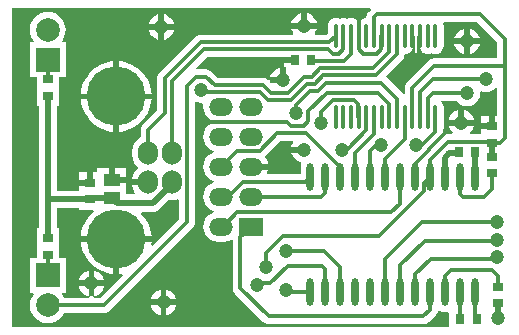
<source format=gbl>
%FSLAX44Y44*%
%MOMM*%
G71*
G01*
G75*
G04 Layer_Physical_Order=2*
G04 Layer_Color=16711680*
%ADD10R,0.9100X1.2200*%
%ADD11R,1.0000X1.0000*%
%ADD12R,0.8000X0.9000*%
%ADD13R,0.9000X0.8000*%
%ADD14C,0.3000*%
%ADD15C,0.5000*%
%ADD16O,2.0000X1.5000*%
%ADD17R,2.0000X1.5000*%
%ADD18O,1.7000X2.0000*%
%ADD19C,5.0000*%
%ADD20C,2.0000*%
%ADD21R,2.0000X2.0000*%
%ADD22C,1.2000*%
%ADD23O,0.6000X2.3500*%
%ADD24O,0.3500X2.1000*%
%ADD25R,1.4000X1.1000*%
G36*
X737973Y656305D02*
X737392Y655547D01*
X736283Y652872D01*
X736234Y652500D01*
X747002D01*
Y647500D01*
X736234D01*
X736283Y647128D01*
X737392Y644453D01*
X739155Y642155D01*
X741453Y640391D01*
X744092Y639298D01*
X744578Y638125D01*
X744356Y637588D01*
X744081Y635500D01*
Y629556D01*
X716587D01*
X715881Y630612D01*
X716678Y632537D01*
X716779Y633300D01*
X701998D01*
Y638300D01*
X716779D01*
X716678Y639063D01*
X715419Y642104D01*
X713744Y644286D01*
X714106Y644564D01*
X726986Y657444D01*
X737411D01*
X737973Y656305D01*
D02*
G37*
G36*
X910444Y702263D02*
Y679000D01*
X908500D01*
Y669997D01*
X906003D01*
Y667500D01*
X896500D01*
Y663556D01*
X887737D01*
X887329Y664759D01*
X887845Y665155D01*
X889609Y667453D01*
X890717Y670128D01*
X890766Y670500D01*
X869234D01*
X869283Y670128D01*
X870391Y667453D01*
X872155Y665155D01*
X872671Y664759D01*
X872263Y663556D01*
X869000D01*
X867303Y663333D01*
X865722Y662678D01*
X865604Y662587D01*
X865007Y662835D01*
X864459Y663255D01*
X864583Y663553D01*
X864806Y665250D01*
Y666939D01*
X864826Y666988D01*
X865058Y668750D01*
Y686250D01*
X864826Y688012D01*
X864146Y689654D01*
X863064Y691064D01*
X863193Y691444D01*
X876165D01*
X877155Y690155D01*
X879453Y688391D01*
X882128Y687283D01*
X885000Y686905D01*
X887872Y687283D01*
X890547Y688391D01*
X892845Y690155D01*
X894609Y692453D01*
X895717Y695128D01*
X896095Y698000D01*
X895965Y698989D01*
X896972Y699762D01*
X898128Y699283D01*
X901000Y698905D01*
X903872Y699283D01*
X906547Y700391D01*
X908845Y702155D01*
X909241Y702671D01*
X910444Y702263D01*
D02*
G37*
G36*
X730000Y728443D02*
X739003D01*
Y723500D01*
X730000D01*
Y720926D01*
X729046Y720089D01*
X731500Y719766D01*
Y708997D01*
X729003D01*
Y706500D01*
X719328D01*
X718068Y707760D01*
X717905Y709000D01*
X717967Y709471D01*
X716765Y709063D01*
X716592Y709236D01*
X715234Y710278D01*
X714443Y710605D01*
X713653Y710933D01*
X711956Y711156D01*
X673962D01*
X668984Y716134D01*
X667626Y717176D01*
X666835Y717504D01*
X666045Y717831D01*
X664348Y718055D01*
X655986D01*
X655500Y719228D01*
X664716Y728444D01*
X730000D01*
Y728443D01*
D02*
G37*
G36*
X641444Y607873D02*
Y591716D01*
X618713Y568985D01*
X617605Y569606D01*
X617722Y570093D01*
X617896Y572300D01*
X590500D01*
Y544904D01*
X592707Y545078D01*
X593194Y545195D01*
X593815Y544086D01*
X574584Y524856D01*
X568741D01*
X568658Y526123D01*
X567000Y525905D01*
X565342Y526123D01*
X565259Y524856D01*
X543504D01*
X542532Y526674D01*
X541812Y527552D01*
X542355Y528700D01*
X545000D01*
Y558700D01*
X539500D01*
Y566000D01*
Y584000D01*
X537565D01*
Y600435D01*
X556500D01*
Y599000D01*
X568307D01*
X568746Y597808D01*
X566721Y596079D01*
X563654Y592488D01*
X561187Y588462D01*
X559380Y584099D01*
X558278Y579507D01*
X558104Y577300D01*
X617896D01*
X617722Y579507D01*
X616620Y584099D01*
X614813Y588462D01*
X612346Y592488D01*
X609279Y596079D01*
X609086Y596244D01*
X609525Y597435D01*
X618899D01*
X620857Y597693D01*
X622681Y598449D01*
X624248Y599651D01*
X632343Y607746D01*
X635100Y607383D01*
X638624Y607848D01*
X640388Y608578D01*
X641444Y607873D01*
D02*
G37*
G36*
X803555Y768827D02*
X801614Y766886D01*
X800572Y765528D01*
X800245Y764737D01*
X799917Y763947D01*
X799694Y762250D01*
Y762051D01*
X797988Y761826D01*
X796500Y761210D01*
X795750Y761521D01*
Y760689D01*
X794936Y760064D01*
X793854Y758654D01*
X793250Y757197D01*
X792646Y758654D01*
X791564Y760064D01*
X790750Y760689D01*
Y761521D01*
X790000Y761210D01*
X788512Y761826D01*
X786750Y762058D01*
X784988Y761826D01*
X783500Y761210D01*
X782012Y761826D01*
X780250Y762058D01*
X778488Y761826D01*
X777000Y761210D01*
X775512Y761826D01*
X773750Y762058D01*
X771988Y761826D01*
X770346Y761146D01*
X768936Y760064D01*
X767854Y758654D01*
X767174Y757012D01*
X766942Y755250D01*
Y748963D01*
X765534Y747556D01*
X756589D01*
X756027Y748695D01*
X756609Y749453D01*
X757717Y752128D01*
X757766Y752500D01*
X736234D01*
X736283Y752128D01*
X737392Y749453D01*
X737973Y748695D01*
X737411Y747556D01*
X659515D01*
X657818Y747333D01*
X657027Y747005D01*
X656237Y746678D01*
X654879Y745636D01*
X624464Y715221D01*
X623422Y713863D01*
X622959Y712745D01*
X622767Y712282D01*
X622544Y710585D01*
Y683816D01*
X610464Y671736D01*
X609422Y670378D01*
X609039Y669452D01*
X608767Y668797D01*
X608544Y667100D01*
Y660897D01*
X608292Y660792D01*
X605472Y658628D01*
X603308Y655808D01*
X601948Y652524D01*
X601483Y649000D01*
Y646000D01*
X601948Y642476D01*
X603308Y639192D01*
X605472Y636372D01*
X606432Y635635D01*
Y634365D01*
X605472Y633628D01*
X603308Y630808D01*
X601948Y627524D01*
X601615Y625000D01*
X615103D01*
Y620000D01*
X601615D01*
X601948Y617476D01*
X603308Y614192D01*
X603682Y613704D01*
X603120Y612565D01*
X602693D01*
X602591Y612607D01*
X600634Y612865D01*
X596000D01*
Y614000D01*
Y622000D01*
X583997D01*
Y624497D01*
X581500D01*
Y635000D01*
X572000D01*
Y631000D01*
X568500D01*
Y621997D01*
X566003D01*
Y619500D01*
X556500D01*
Y615565D01*
X537565D01*
Y687000D01*
X539500D01*
Y701000D01*
Y711300D01*
X545000D01*
Y741300D01*
X542355D01*
X541812Y742448D01*
X542532Y743326D01*
X543925Y745932D01*
X544783Y748760D01*
X545073Y751700D01*
X544783Y754641D01*
X543925Y757468D01*
X542532Y760074D01*
X540658Y762358D01*
X538374Y764232D01*
X535768Y765625D01*
X532940Y766483D01*
X530000Y766773D01*
X527060Y766483D01*
X524232Y765625D01*
X521626Y764232D01*
X519342Y762358D01*
X517468Y760074D01*
X516075Y757468D01*
X515217Y754641D01*
X514927Y751700D01*
X515217Y748760D01*
X516075Y745932D01*
X517468Y743326D01*
X518188Y742448D01*
X517645Y741300D01*
X515000D01*
Y711300D01*
X520500D01*
Y701000D01*
Y687000D01*
X522435D01*
Y609000D01*
Y584000D01*
X520500D01*
Y566000D01*
Y558700D01*
X515000D01*
Y528700D01*
X517645D01*
X518188Y527552D01*
X517468Y526674D01*
X516075Y524068D01*
X515217Y521241D01*
X514927Y518300D01*
X515217Y515359D01*
X516075Y512532D01*
X517468Y509926D01*
X519342Y507642D01*
X521626Y505768D01*
X524232Y504375D01*
X527060Y503517D01*
X530000Y503227D01*
X532940Y503517D01*
X535768Y504375D01*
X538374Y505768D01*
X540658Y507642D01*
X542532Y509926D01*
X543504Y511744D01*
X577300D01*
X578997Y511967D01*
X579652Y512239D01*
X580578Y512622D01*
X581936Y513664D01*
X652636Y584364D01*
X653678Y585722D01*
X654061Y586648D01*
X654333Y587303D01*
X654556Y589000D01*
Y614756D01*
X654656Y615515D01*
Y654385D01*
X654556Y655144D01*
Y690204D01*
X655612Y690909D01*
X657127Y690282D01*
X659999Y689904D01*
X660927Y690026D01*
X661825Y689128D01*
X661492Y686600D01*
X661922Y683337D01*
X663181Y680296D01*
X665185Y677685D01*
X667796Y675681D01*
X670563Y674535D01*
Y673265D01*
X667796Y672119D01*
X665185Y670115D01*
X663181Y667504D01*
X661922Y664463D01*
X661492Y661200D01*
X661922Y657937D01*
X663181Y654896D01*
X665185Y652285D01*
X667796Y650281D01*
X670563Y649135D01*
Y647865D01*
X667796Y646719D01*
X665185Y644715D01*
X663181Y642104D01*
X661922Y639063D01*
X661492Y635800D01*
X661922Y632537D01*
X663181Y629496D01*
X665185Y626885D01*
X667796Y624881D01*
X670563Y623735D01*
Y622465D01*
X667796Y621319D01*
X665185Y619315D01*
X663181Y616704D01*
X661922Y613663D01*
X661492Y610400D01*
X661922Y607137D01*
X663181Y604096D01*
X665185Y601485D01*
X667796Y599481D01*
X670563Y598335D01*
Y597065D01*
X667796Y595919D01*
X665185Y593915D01*
X663181Y591304D01*
X661922Y588263D01*
X661492Y585000D01*
X661922Y581737D01*
X663181Y578696D01*
X665185Y576085D01*
X667796Y574081D01*
X670837Y572822D01*
X674100Y572392D01*
X679100D01*
X682363Y572822D01*
X685388Y574075D01*
X686444Y573369D01*
Y533000D01*
X686667Y531303D01*
X686939Y530648D01*
X687322Y529722D01*
X688364Y528364D01*
X712364Y504364D01*
X713722Y503322D01*
X714306Y503080D01*
X715303Y502667D01*
X717000Y502444D01*
X848000D01*
X849697Y502667D01*
X850352Y502939D01*
X851278Y503322D01*
X852636Y504364D01*
X858386Y510114D01*
X859428Y511472D01*
X859670Y512056D01*
X860083Y513053D01*
X860186Y513837D01*
X861359Y514323D01*
X862415Y513512D01*
X864362Y512706D01*
X866450Y512431D01*
X868538Y512706D01*
X868944Y512874D01*
X870000Y512168D01*
Y500000D01*
X500000D01*
Y770000D01*
X803069D01*
X803555Y768827D01*
D02*
G37*
G36*
X910444Y741284D02*
Y727556D01*
X857000D01*
X855303Y727333D01*
X854840Y727141D01*
X853722Y726678D01*
X852364Y725636D01*
X834114Y707386D01*
X833072Y706028D01*
X832609Y704910D01*
X832417Y704447D01*
X832194Y702750D01*
Y697505D01*
X830991Y697097D01*
X830386Y697886D01*
X816636Y711636D01*
X816559Y712803D01*
X830136Y726379D01*
X831178Y727737D01*
X831420Y728321D01*
X831833Y729318D01*
X832050Y730968D01*
X832250Y730942D01*
X834012Y731174D01*
X835500Y731790D01*
X836250Y731479D01*
Y732310D01*
X837065Y732935D01*
X838147Y734346D01*
X838827Y735988D01*
X839059Y737750D01*
Y746503D01*
X841250D01*
Y731479D01*
X842000Y731790D01*
X842750Y731479D01*
Y746503D01*
X844941D01*
Y737750D01*
X845173Y735988D01*
X845854Y734346D01*
X846936Y732935D01*
X847750Y732310D01*
Y731479D01*
X848500Y731790D01*
X849988Y731174D01*
X851750Y730942D01*
X853512Y731174D01*
X855000Y731790D01*
X856488Y731174D01*
X858250Y730942D01*
X860012Y731174D01*
X861654Y731854D01*
X863064Y732936D01*
X864146Y734346D01*
X864826Y735988D01*
X865058Y737750D01*
Y755250D01*
X864826Y757012D01*
X864671Y757388D01*
X865376Y758444D01*
X893284D01*
X910444Y741284D01*
D02*
G37*
%LPC*%
G36*
X563500Y631000D02*
X556500D01*
Y624500D01*
X563500D01*
Y631000D01*
D02*
G37*
G36*
X617896Y692700D02*
X590500D01*
Y665304D01*
X592707Y665478D01*
X597299Y666580D01*
X601662Y668387D01*
X605688Y670854D01*
X609279Y673921D01*
X612346Y677512D01*
X614813Y681538D01*
X616620Y685901D01*
X617722Y690492D01*
X617896Y692700D01*
D02*
G37*
G36*
X585500D02*
X558104D01*
X558278Y690492D01*
X559380Y685901D01*
X561187Y681538D01*
X563654Y677512D01*
X566721Y673921D01*
X570312Y670854D01*
X574338Y668387D01*
X578701Y666580D01*
X583293Y665478D01*
X585500Y665304D01*
Y692700D01*
D02*
G37*
G36*
X596000Y635000D02*
X586500D01*
Y627000D01*
X596000D01*
Y635000D01*
D02*
G37*
G36*
X625500Y531766D02*
X625128Y531717D01*
X622453Y530608D01*
X620155Y528845D01*
X618391Y526547D01*
X617283Y523872D01*
X617234Y523500D01*
X625500D01*
Y531766D01*
D02*
G37*
G36*
X630500D02*
Y523500D01*
X638766D01*
X638717Y523872D01*
X637608Y526547D01*
X635845Y528845D01*
X633547Y530608D01*
X630872Y531717D01*
X630500Y531766D01*
D02*
G37*
G36*
X625500Y518500D02*
X617234D01*
X617283Y518128D01*
X618391Y515453D01*
X620155Y513155D01*
X622453Y511391D01*
X625128Y510283D01*
X625500Y510234D01*
Y518500D01*
D02*
G37*
G36*
X638766D02*
X630500D01*
Y510234D01*
X630872Y510283D01*
X633547Y511391D01*
X635845Y513155D01*
X637608Y515453D01*
X638717Y518128D01*
X638766Y518500D01*
D02*
G37*
G36*
X564500Y534500D02*
X556234D01*
X556283Y534128D01*
X557392Y531452D01*
X559155Y529155D01*
X561453Y527392D01*
X564128Y526283D01*
X564500Y526234D01*
Y534500D01*
D02*
G37*
G36*
X569500Y547766D02*
Y539500D01*
X577766D01*
X577717Y539872D01*
X576609Y542547D01*
X574845Y544845D01*
X572547Y546609D01*
X569872Y547717D01*
X569500Y547766D01*
D02*
G37*
G36*
X585500Y572300D02*
X558104D01*
X558278Y570093D01*
X559380Y565501D01*
X561187Y561138D01*
X563654Y557112D01*
X566721Y553521D01*
X570312Y550454D01*
X574338Y547987D01*
X578701Y546180D01*
X583293Y545078D01*
X585500Y544904D01*
Y572300D01*
D02*
G37*
G36*
X577766Y534500D02*
X569500D01*
Y526234D01*
X569872Y526283D01*
X572547Y527392D01*
X574845Y529155D01*
X576609Y531452D01*
X577717Y534128D01*
X577766Y534500D01*
D02*
G37*
G36*
X564500Y547766D02*
X564128Y547717D01*
X561453Y546609D01*
X559155Y544845D01*
X557392Y542547D01*
X556283Y539872D01*
X556234Y539500D01*
X564500D01*
Y547766D01*
D02*
G37*
G36*
X903500Y679000D02*
X896500D01*
Y672500D01*
X903500D01*
Y679000D01*
D02*
G37*
G36*
X887500Y752766D02*
Y744500D01*
X895766D01*
X895717Y744872D01*
X894609Y747548D01*
X892845Y749845D01*
X890547Y751609D01*
X887872Y752717D01*
X887500Y752766D01*
D02*
G37*
G36*
X882500D02*
X882128Y752717D01*
X879453Y751609D01*
X877155Y749845D01*
X875391Y747548D01*
X874283Y744872D01*
X874234Y744500D01*
X882500D01*
Y752766D01*
D02*
G37*
G36*
X636766Y751500D02*
X628500D01*
Y743234D01*
X628872Y743283D01*
X631547Y744391D01*
X633845Y746155D01*
X635608Y748453D01*
X636717Y751128D01*
X636766Y751500D01*
D02*
G37*
G36*
X623500Y764766D02*
X623128Y764717D01*
X620453Y763608D01*
X618155Y761845D01*
X616391Y759547D01*
X615283Y756872D01*
X615234Y756500D01*
X623500D01*
Y764766D01*
D02*
G37*
G36*
X749500Y765766D02*
Y757500D01*
X757766D01*
X757717Y757872D01*
X756609Y760547D01*
X754845Y762845D01*
X752547Y764609D01*
X749872Y765717D01*
X749500Y765766D01*
D02*
G37*
G36*
X744500D02*
X744128Y765717D01*
X741453Y764609D01*
X739155Y762845D01*
X737392Y760547D01*
X736283Y757872D01*
X736234Y757500D01*
X744500D01*
Y765766D01*
D02*
G37*
G36*
X628500Y764766D02*
Y756500D01*
X636766D01*
X636717Y756872D01*
X635608Y759547D01*
X633845Y761845D01*
X631547Y763608D01*
X628872Y764717D01*
X628500Y764766D01*
D02*
G37*
G36*
X623500Y751500D02*
X615234D01*
X615283Y751128D01*
X616391Y748453D01*
X618155Y746155D01*
X620453Y744391D01*
X623128Y743283D01*
X623500Y743234D01*
Y751500D01*
D02*
G37*
G36*
X585500Y725096D02*
X583293Y724922D01*
X578701Y723820D01*
X574338Y722013D01*
X570312Y719546D01*
X566721Y716479D01*
X563654Y712888D01*
X561187Y708862D01*
X559380Y704499D01*
X558278Y699908D01*
X558104Y697700D01*
X585500D01*
Y725096D01*
D02*
G37*
G36*
X882500Y683766D02*
Y675500D01*
X890766D01*
X890717Y675872D01*
X889609Y678547D01*
X887845Y680845D01*
X885547Y682608D01*
X882872Y683717D01*
X882500Y683766D01*
D02*
G37*
G36*
X877500D02*
X877128Y683717D01*
X874453Y682608D01*
X872155Y680845D01*
X870391Y678547D01*
X869283Y675872D01*
X869234Y675500D01*
X877500D01*
Y683766D01*
D02*
G37*
G36*
X590500Y725096D02*
Y697700D01*
X617896D01*
X617722Y699908D01*
X616620Y704499D01*
X614813Y708862D01*
X612346Y712888D01*
X609279Y716479D01*
X605688Y719546D01*
X601662Y722013D01*
X597299Y723820D01*
X592707Y724922D01*
X590500Y725096D01*
D02*
G37*
G36*
X895766Y739500D02*
X887500D01*
Y731234D01*
X887872Y731283D01*
X890547Y732392D01*
X892845Y734155D01*
X894609Y736452D01*
X895717Y739128D01*
X895766Y739500D01*
D02*
G37*
G36*
X882500D02*
X874234D01*
X874283Y739128D01*
X875391Y736452D01*
X877155Y734155D01*
X879453Y732392D01*
X882128Y731283D01*
X882500Y731234D01*
Y739500D01*
D02*
G37*
G36*
X726500Y719766D02*
X726128Y719717D01*
X723453Y718608D01*
X721155Y716845D01*
X719391Y714548D01*
X718283Y711872D01*
X718234Y711500D01*
X726500D01*
Y719766D01*
D02*
G37*
%LPD*%
D12*
X739000Y726000D02*
D03*
X753000D02*
D03*
X879000Y507000D02*
D03*
X893000D02*
D03*
X892000Y648000D02*
D03*
X878000D02*
D03*
D13*
X911000Y534000D02*
D03*
Y520000D02*
D03*
X530000Y710000D02*
D03*
Y696000D02*
D03*
X530000Y561000D02*
D03*
Y575000D02*
D03*
X906000Y644000D02*
D03*
Y630000D02*
D03*
X566000Y608000D02*
D03*
Y622000D02*
D03*
X906000Y670000D02*
D03*
Y656000D02*
D03*
D14*
X664000Y674000D02*
X732151D01*
X735651Y670500D01*
X746500D01*
X750500Y674500D01*
Y682500D01*
X766500Y698500D01*
X809339D01*
X819000Y688839D01*
X752000Y700000D02*
X758835D01*
X753864Y712000D02*
X760864Y719000D01*
X747000Y712000D02*
X753864D01*
X756349Y706000D02*
X763349Y713000D01*
X749515Y706000D02*
X756349D01*
X758835Y700000D02*
X765835Y707000D01*
X812000D01*
X735515Y692000D02*
X749515Y706000D01*
X733000Y698000D02*
X747000Y712000D01*
X812000Y707000D02*
X825750Y693250D01*
X807485Y713000D02*
X825500Y731015D01*
X763349Y713000D02*
X807485D01*
X805000Y719000D02*
X819000Y733000D01*
X760864Y719000D02*
X805000D01*
X780985Y725500D02*
X787000Y731515D01*
X753500Y725500D02*
X780985D01*
X776339Y731500D02*
X780000Y735161D01*
X771161Y731500D02*
X776339D01*
X767661Y735000D02*
X771161Y731500D01*
X787000Y731515D02*
Y740324D01*
X780000Y735161D02*
Y746250D01*
X780250Y746500D01*
X793500Y735161D02*
X797161Y731500D01*
X793500Y735161D02*
Y746250D01*
X786500Y740824D02*
X787000Y740324D01*
X786500Y740824D02*
Y746250D01*
X786750Y746500D01*
X629100Y710585D02*
X659515Y741000D01*
X662000Y735000D02*
X767661D01*
X768250Y741000D02*
X773750Y746500D01*
X659515Y741000D02*
X768250D01*
X635100Y708100D02*
X662000Y735000D01*
X771161Y692500D02*
X789339D01*
X761000Y673000D02*
Y682339D01*
X771161Y692500D01*
X819000Y677750D02*
Y688839D01*
Y677750D02*
X819250Y677500D01*
X716070Y692000D02*
X735515D01*
X740000Y688000D02*
X752000Y700000D01*
X740000Y681000D02*
Y688000D01*
X718556Y698000D02*
X733000D01*
X799750Y666411D02*
Y677500D01*
X780000Y651000D02*
X784339D01*
X799750Y666411D01*
X852500Y650500D02*
X868000Y666000D01*
X852500Y649651D02*
Y650500D01*
X841050Y638201D02*
X852500Y649651D01*
X841050Y626750D02*
Y638201D01*
X858250Y665250D02*
Y677500D01*
X847000Y654000D02*
X858250Y665250D01*
X842000Y654000D02*
X847000D01*
X709471Y649200D02*
X724270Y664000D01*
X690000Y649200D02*
X709471D01*
X676600Y635800D02*
X690000Y649200D01*
X724270Y664000D02*
X749000D01*
X777550Y635450D01*
X793250Y746500D02*
Y762750D01*
Y746500D02*
X793500Y746250D01*
X797161Y731500D02*
X808839D01*
X812500Y735161D01*
Y746250D01*
X812750Y746500D01*
X648151Y704000D02*
X651575Y707425D01*
X648000Y704000D02*
X648151D01*
X648000Y654485D02*
Y704000D01*
X664348Y711499D02*
X671247Y704600D01*
X711956D01*
X789339Y692500D02*
X793000Y688839D01*
X711956Y704600D02*
X718556Y698000D01*
X655649Y711499D02*
X664348D01*
X651575Y707425D02*
X655649Y711499D01*
X651575Y707425D02*
X651575D01*
X663397Y698600D02*
X709471D01*
X659999Y701999D02*
X663397Y698600D01*
X793000Y677750D02*
Y688839D01*
X709471Y698600D02*
X716070Y692000D01*
X659999Y700999D02*
Y701999D01*
X728997Y577000D02*
X810657D01*
X714999Y563001D02*
X728997Y577000D01*
X714999Y550999D02*
Y563001D01*
X810657Y577000D02*
X848550Y614893D01*
Y621550D01*
X853750Y626750D01*
X708000Y537000D02*
X718000D01*
X707000Y536000D02*
X708000Y537000D01*
X693000Y533000D02*
Y576000D01*
Y533000D02*
X717000Y509000D01*
X693000Y576000D02*
X702000Y585000D01*
X718000Y537000D02*
X733000Y552000D01*
X762000D01*
X917000Y721000D02*
Y744000D01*
Y660000D02*
Y721000D01*
X857000D02*
X917000D01*
X838750Y702750D02*
X857000Y721000D01*
X838750Y677500D02*
Y702750D01*
X906000Y656000D02*
X913000D01*
X917000Y660000D01*
X896000Y765000D02*
X917000Y744000D01*
X809000Y765000D02*
X896000D01*
X806250Y762250D02*
X809000Y765000D01*
X806250Y746500D02*
Y762250D01*
X629100Y681100D02*
Y710585D01*
X635100Y647500D02*
Y708100D01*
X825500Y731015D02*
Y746250D01*
X825750Y746500D01*
X732000Y531000D02*
X733750Y529250D01*
X752150D01*
X762000Y552000D02*
X764850Y549150D01*
Y529250D02*
Y549150D01*
X764000Y564000D02*
X777550Y550450D01*
X732000Y564000D02*
X764000D01*
X717000Y509000D02*
X848000D01*
X777550Y626750D02*
Y635450D01*
X748400Y623000D02*
X752150Y626750D01*
X695000Y623000D02*
X748400D01*
X682400Y610400D02*
X695000Y623000D01*
X676600Y610400D02*
X682400D01*
X764850Y613850D02*
Y626750D01*
X761400Y610400D02*
X764850Y613850D01*
X702000Y610400D02*
X761400D01*
X828350Y604350D02*
Y626750D01*
X821000Y597000D02*
X828350Y604350D01*
X690136Y597000D02*
X821000D01*
X678136Y585000D02*
X690136Y597000D01*
X676600Y585000D02*
X678136D01*
X848000Y509000D02*
X853750Y514750D01*
Y529250D01*
X777550D02*
Y550450D01*
X777000Y528700D02*
X777550Y529250D01*
X793000Y677750D02*
X793250Y677500D01*
X825750D02*
Y693250D01*
X778998Y649999D02*
X780000Y651000D01*
X806250Y663250D02*
Y677500D01*
X790250Y647250D02*
X806250Y663250D01*
X790250Y626750D02*
Y647250D01*
X809000Y655000D02*
X810000Y654000D01*
X812000D01*
X849000Y573000D02*
X910000D01*
X856000Y710000D02*
X901000D01*
X845250Y699250D02*
X856000Y710000D01*
X845250Y677500D02*
Y699250D01*
X856000Y698000D02*
X885000D01*
X851750Y693750D02*
X856000Y698000D01*
X851750Y677500D02*
Y693750D01*
X847000Y589000D02*
X910000D01*
X815650Y557650D02*
X847000Y589000D01*
X815650Y529250D02*
Y557650D01*
X910000Y573000D02*
Y574000D01*
X828350Y552350D02*
X849000Y573000D01*
X828350Y529250D02*
Y552350D01*
X909000Y558000D02*
X910000Y559000D01*
X854100Y558000D02*
X909000D01*
X841050Y544950D02*
X854100Y558000D01*
X841050Y529250D02*
Y544950D01*
X911000Y534000D02*
Y543000D01*
X906000Y548000D02*
X911000Y543000D01*
X871000Y548000D02*
X906000D01*
X866450Y543450D02*
X871000Y548000D01*
X866450Y529250D02*
Y543450D01*
X786500Y746750D02*
X786750Y746500D01*
X530000Y518300D02*
X577300D01*
X648000Y589000D01*
Y615415D01*
X648100Y615515D01*
Y654385D01*
X648000Y654485D02*
X648100Y654385D01*
X819000Y733000D02*
Y746250D01*
X819250Y746500D01*
X802950Y648950D02*
X809000Y655000D01*
X802950Y626750D02*
Y648950D01*
X815650Y626750D02*
Y642650D01*
X832250Y659250D01*
Y677500D01*
X879150Y509112D02*
X879262Y509000D01*
X879150Y509112D02*
Y529250D01*
X891850Y510412D02*
X893262Y509000D01*
X891850Y510412D02*
Y529250D01*
X905000Y657000D02*
X906000Y656000D01*
X869000Y657000D02*
X905000D01*
X853750Y641750D02*
X869000Y657000D01*
X853750Y626750D02*
Y641750D01*
X906000Y617000D02*
Y630000D01*
X899500Y610500D02*
X906000Y617000D01*
X881500Y610500D02*
X899500D01*
X879150Y612850D02*
X881500Y610500D01*
X879150Y612850D02*
Y626750D01*
X530000Y710000D02*
X530000Y710000D01*
Y726300D01*
Y543700D02*
X530000Y543700D01*
Y561000D01*
X615100Y647500D02*
Y667100D01*
X629100Y681100D01*
D15*
X911000Y508000D02*
X911000Y508000D01*
X911000Y508000D02*
Y520000D01*
X906000Y644000D02*
Y656000D01*
X866450Y626750D02*
Y643450D01*
X870000Y647000D01*
X877000D01*
X878000Y648000D01*
X891850Y647850D02*
X892000Y648000D01*
X891850Y626750D02*
Y647850D01*
X530000Y609000D02*
X531000Y608000D01*
X530000Y609000D02*
Y696000D01*
Y575000D02*
Y609000D01*
X531000Y608000D02*
X566000D01*
X567500Y609500D01*
X584000D01*
X588200Y605300D01*
X600634D01*
X600933Y605000D01*
X618899D01*
X635100Y621201D01*
Y622500D01*
X530000Y696000D02*
X530000Y696000D01*
D16*
X676600Y686600D02*
D03*
X702000D02*
D03*
X676600Y661200D02*
D03*
X702000D02*
D03*
X676600Y635800D02*
D03*
X702000D02*
D03*
X676600Y610400D02*
D03*
X702000D02*
D03*
X676600Y585000D02*
D03*
D17*
X702000D02*
D03*
D18*
X615100Y622500D02*
D03*
Y647500D02*
D03*
X635100D02*
D03*
Y622500D02*
D03*
D19*
X588000Y574800D02*
D03*
Y695200D02*
D03*
D20*
X530000Y751700D02*
D03*
Y518300D02*
D03*
D21*
Y726300D02*
D03*
Y543700D02*
D03*
D22*
X567000Y537000D02*
D03*
X626000Y754000D02*
D03*
X628000Y521000D02*
D03*
X880000Y673000D02*
D03*
X911000Y508000D02*
D03*
X747000Y650000D02*
D03*
X885000Y742000D02*
D03*
X747000Y755000D02*
D03*
X729000Y709000D02*
D03*
X659999Y700999D02*
D03*
X714999Y550999D02*
D03*
X707000Y536000D02*
D03*
X740000Y681000D02*
D03*
X732000Y531000D02*
D03*
Y564000D02*
D03*
X761000Y673000D02*
D03*
X778998Y649999D02*
D03*
X812000Y654000D02*
D03*
X901000Y710000D02*
D03*
X885000Y698000D02*
D03*
X910000Y589000D02*
D03*
Y574000D02*
D03*
Y559000D02*
D03*
X842000Y654000D02*
D03*
D23*
X752150Y626750D02*
D03*
X764850D02*
D03*
X777550D02*
D03*
X790250D02*
D03*
X802950D02*
D03*
X815650D02*
D03*
X828350D02*
D03*
X841050D02*
D03*
X853750D02*
D03*
X866450D02*
D03*
X879150D02*
D03*
X891850D02*
D03*
X752150Y529250D02*
D03*
X764850D02*
D03*
X777550D02*
D03*
X790250D02*
D03*
X802950D02*
D03*
X815650D02*
D03*
X828350D02*
D03*
X841050D02*
D03*
X853750D02*
D03*
X866450D02*
D03*
X879150D02*
D03*
X891850D02*
D03*
D24*
X773750Y746500D02*
D03*
X780250D02*
D03*
X786750D02*
D03*
X793250D02*
D03*
X799750D02*
D03*
X806250D02*
D03*
X812750D02*
D03*
X819250D02*
D03*
X825750D02*
D03*
X832250D02*
D03*
X838750D02*
D03*
X845250D02*
D03*
X851750D02*
D03*
X858250D02*
D03*
X773750Y677500D02*
D03*
X780250D02*
D03*
X786750D02*
D03*
X793250D02*
D03*
X799750D02*
D03*
X806250D02*
D03*
X812750D02*
D03*
X819250D02*
D03*
X825750D02*
D03*
X832250D02*
D03*
X838750D02*
D03*
X845250D02*
D03*
X851750D02*
D03*
X858250D02*
D03*
D25*
X584000Y609500D02*
D03*
Y624500D02*
D03*
M02*

</source>
